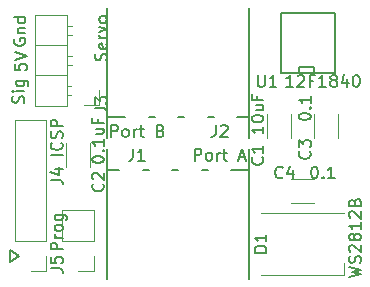
<source format=gto>
G04 #@! TF.FileFunction,Legend,Top*
%FSLAX46Y46*%
G04 Gerber Fmt 4.6, Leading zero omitted, Abs format (unit mm)*
G04 Created by KiCad (PCBNEW 4.0.7) date 02/19/20 23:21:01*
%MOMM*%
%LPD*%
G01*
G04 APERTURE LIST*
%ADD10C,0.100000*%
%ADD11C,0.200000*%
%ADD12C,0.150000*%
%ADD13C,0.120000*%
G04 APERTURE END LIST*
D10*
D11*
X115000000Y-107000000D02*
X114250000Y-107500000D01*
D12*
X114600000Y-88642857D02*
X114552381Y-88738095D01*
X114552381Y-88880952D01*
X114600000Y-89023810D01*
X114695238Y-89119048D01*
X114790476Y-89166667D01*
X114980952Y-89214286D01*
X115123810Y-89214286D01*
X115314286Y-89166667D01*
X115409524Y-89119048D01*
X115504762Y-89023810D01*
X115552381Y-88880952D01*
X115552381Y-88785714D01*
X115504762Y-88642857D01*
X115457143Y-88595238D01*
X115123810Y-88595238D01*
X115123810Y-88785714D01*
X114885714Y-88166667D02*
X115552381Y-88166667D01*
X114980952Y-88166667D02*
X114933333Y-88119048D01*
X114885714Y-88023810D01*
X114885714Y-87880952D01*
X114933333Y-87785714D01*
X115028571Y-87738095D01*
X115552381Y-87738095D01*
X115552381Y-86833333D02*
X114552381Y-86833333D01*
X115504762Y-86833333D02*
X115552381Y-86928571D01*
X115552381Y-87119048D01*
X115504762Y-87214286D01*
X115457143Y-87261905D01*
X115361905Y-87309524D01*
X115076190Y-87309524D01*
X114980952Y-87261905D01*
X114933333Y-87214286D01*
X114885714Y-87119048D01*
X114885714Y-86928571D01*
X114933333Y-86833333D01*
X114652381Y-90790476D02*
X114652381Y-91266667D01*
X115128571Y-91314286D01*
X115080952Y-91266667D01*
X115033333Y-91171429D01*
X115033333Y-90933333D01*
X115080952Y-90838095D01*
X115128571Y-90790476D01*
X115223810Y-90742857D01*
X115461905Y-90742857D01*
X115557143Y-90790476D01*
X115604762Y-90838095D01*
X115652381Y-90933333D01*
X115652381Y-91171429D01*
X115604762Y-91266667D01*
X115557143Y-91314286D01*
X114652381Y-90457143D02*
X115652381Y-90123810D01*
X114652381Y-89790476D01*
X115404762Y-94076190D02*
X115452381Y-93933333D01*
X115452381Y-93695237D01*
X115404762Y-93599999D01*
X115357143Y-93552380D01*
X115261905Y-93504761D01*
X115166667Y-93504761D01*
X115071429Y-93552380D01*
X115023810Y-93599999D01*
X114976190Y-93695237D01*
X114928571Y-93885714D01*
X114880952Y-93980952D01*
X114833333Y-94028571D01*
X114738095Y-94076190D01*
X114642857Y-94076190D01*
X114547619Y-94028571D01*
X114500000Y-93980952D01*
X114452381Y-93885714D01*
X114452381Y-93647618D01*
X114500000Y-93504761D01*
X115452381Y-93076190D02*
X114785714Y-93076190D01*
X114452381Y-93076190D02*
X114500000Y-93123809D01*
X114547619Y-93076190D01*
X114500000Y-93028571D01*
X114452381Y-93076190D01*
X114547619Y-93076190D01*
X114785714Y-92171428D02*
X115595238Y-92171428D01*
X115690476Y-92219047D01*
X115738095Y-92266666D01*
X115785714Y-92361905D01*
X115785714Y-92504762D01*
X115738095Y-92600000D01*
X115404762Y-92171428D02*
X115452381Y-92266666D01*
X115452381Y-92457143D01*
X115404762Y-92552381D01*
X115357143Y-92600000D01*
X115261905Y-92647619D01*
X114976190Y-92647619D01*
X114880952Y-92600000D01*
X114833333Y-92552381D01*
X114785714Y-92457143D01*
X114785714Y-92266666D01*
X114833333Y-92171428D01*
D11*
X114250000Y-106500000D02*
X114250000Y-107500000D01*
X115000000Y-107000000D02*
X114250000Y-106500000D01*
D13*
X135980000Y-95000000D02*
X135980000Y-97000000D01*
X138020000Y-97000000D02*
X138020000Y-95000000D01*
X121020000Y-99500000D02*
X121020000Y-97500000D01*
X118980000Y-97500000D02*
X118980000Y-99500000D01*
X139980000Y-95000000D02*
X139980000Y-97000000D01*
X142020000Y-97000000D02*
X142020000Y-95000000D01*
X138000000Y-102520000D02*
X140000000Y-102520000D01*
X140000000Y-100480000D02*
X138000000Y-100480000D01*
X119060000Y-94330000D02*
X119060000Y-86590000D01*
X119060000Y-86590000D02*
X116400000Y-86590000D01*
X116400000Y-86590000D02*
X116400000Y-94330000D01*
X116400000Y-94330000D02*
X119060000Y-94330000D01*
X119390000Y-93380000D02*
X119060000Y-93380000D01*
X119390000Y-92620000D02*
X119060000Y-92620000D01*
X119060000Y-91730000D02*
X116400000Y-91730000D01*
X119457071Y-90840000D02*
X119060000Y-90840000D01*
X119457071Y-90080000D02*
X119060000Y-90080000D01*
X119060000Y-89190000D02*
X116400000Y-89190000D01*
X119457071Y-88300000D02*
X119060000Y-88300000D01*
X119457071Y-87540000D02*
X119060000Y-87540000D01*
X121770000Y-93000000D02*
X121770000Y-94270000D01*
X121770000Y-94270000D02*
X120500000Y-94270000D01*
X117330000Y-95510000D02*
X114670000Y-95510000D01*
X117330000Y-105730000D02*
X117330000Y-95510000D01*
X114670000Y-105730000D02*
X114670000Y-95510000D01*
X117330000Y-105730000D02*
X114670000Y-105730000D01*
X117330000Y-107000000D02*
X117330000Y-108330000D01*
X117330000Y-108330000D02*
X116000000Y-108330000D01*
X121330000Y-103130000D02*
X118670000Y-103130000D01*
X121330000Y-105730000D02*
X121330000Y-103130000D01*
X118670000Y-105730000D02*
X118670000Y-103130000D01*
X121330000Y-105730000D02*
X118670000Y-105730000D01*
X121330000Y-107000000D02*
X121330000Y-108330000D01*
X121330000Y-108330000D02*
X120000000Y-108330000D01*
D12*
X137214000Y-91540000D02*
X137214000Y-86460000D01*
X137214000Y-86460000D02*
X141786000Y-86460000D01*
X141786000Y-86460000D02*
X141786000Y-91540000D01*
X141786000Y-91540000D02*
X137214000Y-91540000D01*
X138738000Y-91540000D02*
X138738000Y-91032000D01*
X138738000Y-91032000D02*
X140008000Y-91032000D01*
X140008000Y-91032000D02*
X140008000Y-91540000D01*
X123500000Y-99750000D02*
X122500000Y-99750000D01*
X126000000Y-99750000D02*
X125500000Y-99750000D01*
X128500000Y-99750000D02*
X128000000Y-99750000D01*
X131000000Y-99750000D02*
X130500000Y-99750000D01*
X134500000Y-99750000D02*
X133000000Y-99750000D01*
X122500000Y-109000000D02*
X122500000Y-98000000D01*
X134500000Y-109000000D02*
X134500000Y-98000000D01*
X133500000Y-95250000D02*
X134500000Y-95250000D01*
X131000000Y-95250000D02*
X131500000Y-95250000D01*
X128500000Y-95250000D02*
X129000000Y-95250000D01*
X126000000Y-95250000D02*
X126500000Y-95250000D01*
X122500000Y-95250000D02*
X124000000Y-95250000D01*
X134500000Y-86000000D02*
X134500000Y-97000000D01*
X122500000Y-86000000D02*
X122500000Y-97000000D01*
D13*
X135500000Y-103400000D02*
X142500000Y-103400000D01*
X135500000Y-108600000D02*
X142500000Y-108600000D01*
X142500000Y-108600000D02*
X142500000Y-107600000D01*
D12*
X135607143Y-98666666D02*
X135654762Y-98714285D01*
X135702381Y-98857142D01*
X135702381Y-98952380D01*
X135654762Y-99095238D01*
X135559524Y-99190476D01*
X135464286Y-99238095D01*
X135273810Y-99285714D01*
X135130952Y-99285714D01*
X134940476Y-99238095D01*
X134845238Y-99190476D01*
X134750000Y-99095238D01*
X134702381Y-98952380D01*
X134702381Y-98857142D01*
X134750000Y-98714285D01*
X134797619Y-98666666D01*
X135702381Y-97714285D02*
X135702381Y-98285714D01*
X135702381Y-98000000D02*
X134702381Y-98000000D01*
X134845238Y-98095238D01*
X134940476Y-98190476D01*
X134988095Y-98285714D01*
X135702381Y-96071428D02*
X135702381Y-96642857D01*
X135702381Y-96357143D02*
X134702381Y-96357143D01*
X134845238Y-96452381D01*
X134940476Y-96547619D01*
X134988095Y-96642857D01*
X134702381Y-95452381D02*
X134702381Y-95357142D01*
X134750000Y-95261904D01*
X134797619Y-95214285D01*
X134892857Y-95166666D01*
X135083333Y-95119047D01*
X135321429Y-95119047D01*
X135511905Y-95166666D01*
X135607143Y-95214285D01*
X135654762Y-95261904D01*
X135702381Y-95357142D01*
X135702381Y-95452381D01*
X135654762Y-95547619D01*
X135607143Y-95595238D01*
X135511905Y-95642857D01*
X135321429Y-95690476D01*
X135083333Y-95690476D01*
X134892857Y-95642857D01*
X134797619Y-95595238D01*
X134750000Y-95547619D01*
X134702381Y-95452381D01*
X135035714Y-94261904D02*
X135702381Y-94261904D01*
X135035714Y-94690476D02*
X135559524Y-94690476D01*
X135654762Y-94642857D01*
X135702381Y-94547619D01*
X135702381Y-94404761D01*
X135654762Y-94309523D01*
X135607143Y-94261904D01*
X135178571Y-93452380D02*
X135178571Y-93785714D01*
X135702381Y-93785714D02*
X134702381Y-93785714D01*
X134702381Y-93309523D01*
X122107143Y-100916666D02*
X122154762Y-100964285D01*
X122202381Y-101107142D01*
X122202381Y-101202380D01*
X122154762Y-101345238D01*
X122059524Y-101440476D01*
X121964286Y-101488095D01*
X121773810Y-101535714D01*
X121630952Y-101535714D01*
X121440476Y-101488095D01*
X121345238Y-101440476D01*
X121250000Y-101345238D01*
X121202381Y-101202380D01*
X121202381Y-101107142D01*
X121250000Y-100964285D01*
X121297619Y-100916666D01*
X121297619Y-100535714D02*
X121250000Y-100488095D01*
X121202381Y-100392857D01*
X121202381Y-100154761D01*
X121250000Y-100059523D01*
X121297619Y-100011904D01*
X121392857Y-99964285D01*
X121488095Y-99964285D01*
X121630952Y-100011904D01*
X122202381Y-100583333D01*
X122202381Y-99964285D01*
X121202381Y-98892857D02*
X121202381Y-98797618D01*
X121250000Y-98702380D01*
X121297619Y-98654761D01*
X121392857Y-98607142D01*
X121583333Y-98559523D01*
X121821429Y-98559523D01*
X122011905Y-98607142D01*
X122107143Y-98654761D01*
X122154762Y-98702380D01*
X122202381Y-98797618D01*
X122202381Y-98892857D01*
X122154762Y-98988095D01*
X122107143Y-99035714D01*
X122011905Y-99083333D01*
X121821429Y-99130952D01*
X121583333Y-99130952D01*
X121392857Y-99083333D01*
X121297619Y-99035714D01*
X121250000Y-98988095D01*
X121202381Y-98892857D01*
X122107143Y-98130952D02*
X122154762Y-98083333D01*
X122202381Y-98130952D01*
X122154762Y-98178571D01*
X122107143Y-98130952D01*
X122202381Y-98130952D01*
X122202381Y-97130952D02*
X122202381Y-97702381D01*
X122202381Y-97416667D02*
X121202381Y-97416667D01*
X121345238Y-97511905D01*
X121440476Y-97607143D01*
X121488095Y-97702381D01*
X121535714Y-96273809D02*
X122202381Y-96273809D01*
X121535714Y-96702381D02*
X122059524Y-96702381D01*
X122154762Y-96654762D01*
X122202381Y-96559524D01*
X122202381Y-96416666D01*
X122154762Y-96321428D01*
X122107143Y-96273809D01*
X121678571Y-95464285D02*
X121678571Y-95797619D01*
X122202381Y-95797619D02*
X121202381Y-95797619D01*
X121202381Y-95321428D01*
X139607143Y-98166666D02*
X139654762Y-98214285D01*
X139702381Y-98357142D01*
X139702381Y-98452380D01*
X139654762Y-98595238D01*
X139559524Y-98690476D01*
X139464286Y-98738095D01*
X139273810Y-98785714D01*
X139130952Y-98785714D01*
X138940476Y-98738095D01*
X138845238Y-98690476D01*
X138750000Y-98595238D01*
X138702381Y-98452380D01*
X138702381Y-98357142D01*
X138750000Y-98214285D01*
X138797619Y-98166666D01*
X138702381Y-97833333D02*
X138702381Y-97214285D01*
X139083333Y-97547619D01*
X139083333Y-97404761D01*
X139130952Y-97309523D01*
X139178571Y-97261904D01*
X139273810Y-97214285D01*
X139511905Y-97214285D01*
X139607143Y-97261904D01*
X139654762Y-97309523D01*
X139702381Y-97404761D01*
X139702381Y-97690476D01*
X139654762Y-97785714D01*
X139607143Y-97833333D01*
X138702381Y-95261905D02*
X138702381Y-95166666D01*
X138750000Y-95071428D01*
X138797619Y-95023809D01*
X138892857Y-94976190D01*
X139083333Y-94928571D01*
X139321429Y-94928571D01*
X139511905Y-94976190D01*
X139607143Y-95023809D01*
X139654762Y-95071428D01*
X139702381Y-95166666D01*
X139702381Y-95261905D01*
X139654762Y-95357143D01*
X139607143Y-95404762D01*
X139511905Y-95452381D01*
X139321429Y-95500000D01*
X139083333Y-95500000D01*
X138892857Y-95452381D01*
X138797619Y-95404762D01*
X138750000Y-95357143D01*
X138702381Y-95261905D01*
X139607143Y-94500000D02*
X139654762Y-94452381D01*
X139702381Y-94500000D01*
X139654762Y-94547619D01*
X139607143Y-94500000D01*
X139702381Y-94500000D01*
X139702381Y-93500000D02*
X139702381Y-94071429D01*
X139702381Y-93785715D02*
X138702381Y-93785715D01*
X138845238Y-93880953D01*
X138940476Y-93976191D01*
X138988095Y-94071429D01*
X137333334Y-100357143D02*
X137285715Y-100404762D01*
X137142858Y-100452381D01*
X137047620Y-100452381D01*
X136904762Y-100404762D01*
X136809524Y-100309524D01*
X136761905Y-100214286D01*
X136714286Y-100023810D01*
X136714286Y-99880952D01*
X136761905Y-99690476D01*
X136809524Y-99595238D01*
X136904762Y-99500000D01*
X137047620Y-99452381D01*
X137142858Y-99452381D01*
X137285715Y-99500000D01*
X137333334Y-99547619D01*
X138190477Y-99785714D02*
X138190477Y-100452381D01*
X137952381Y-99404762D02*
X137714286Y-100119048D01*
X138333334Y-100119048D01*
X139988095Y-99452381D02*
X140083334Y-99452381D01*
X140178572Y-99500000D01*
X140226191Y-99547619D01*
X140273810Y-99642857D01*
X140321429Y-99833333D01*
X140321429Y-100071429D01*
X140273810Y-100261905D01*
X140226191Y-100357143D01*
X140178572Y-100404762D01*
X140083334Y-100452381D01*
X139988095Y-100452381D01*
X139892857Y-100404762D01*
X139845238Y-100357143D01*
X139797619Y-100261905D01*
X139750000Y-100071429D01*
X139750000Y-99833333D01*
X139797619Y-99642857D01*
X139845238Y-99547619D01*
X139892857Y-99500000D01*
X139988095Y-99452381D01*
X140750000Y-100357143D02*
X140797619Y-100404762D01*
X140750000Y-100452381D01*
X140702381Y-100404762D01*
X140750000Y-100357143D01*
X140750000Y-100452381D01*
X141750000Y-100452381D02*
X141178571Y-100452381D01*
X141464285Y-100452381D02*
X141464285Y-99452381D01*
X141369047Y-99595238D01*
X141273809Y-99690476D01*
X141178571Y-99738095D01*
X121452381Y-94533333D02*
X122166667Y-94533333D01*
X122309524Y-94580953D01*
X122404762Y-94676191D01*
X122452381Y-94819048D01*
X122452381Y-94914286D01*
X121452381Y-94152381D02*
X121452381Y-93533333D01*
X121833333Y-93866667D01*
X121833333Y-93723809D01*
X121880952Y-93628571D01*
X121928571Y-93580952D01*
X122023810Y-93533333D01*
X122261905Y-93533333D01*
X122357143Y-93580952D01*
X122404762Y-93628571D01*
X122452381Y-93723809D01*
X122452381Y-94009524D01*
X122404762Y-94104762D01*
X122357143Y-94152381D01*
X122404762Y-90457143D02*
X122452381Y-90314286D01*
X122452381Y-90076190D01*
X122404762Y-89980952D01*
X122357143Y-89933333D01*
X122261905Y-89885714D01*
X122166667Y-89885714D01*
X122071429Y-89933333D01*
X122023810Y-89980952D01*
X121976190Y-90076190D01*
X121928571Y-90266667D01*
X121880952Y-90361905D01*
X121833333Y-90409524D01*
X121738095Y-90457143D01*
X121642857Y-90457143D01*
X121547619Y-90409524D01*
X121500000Y-90361905D01*
X121452381Y-90266667D01*
X121452381Y-90028571D01*
X121500000Y-89885714D01*
X122404762Y-89076190D02*
X122452381Y-89171428D01*
X122452381Y-89361905D01*
X122404762Y-89457143D01*
X122309524Y-89504762D01*
X121928571Y-89504762D01*
X121833333Y-89457143D01*
X121785714Y-89361905D01*
X121785714Y-89171428D01*
X121833333Y-89076190D01*
X121928571Y-89028571D01*
X122023810Y-89028571D01*
X122119048Y-89504762D01*
X122452381Y-88600000D02*
X121785714Y-88600000D01*
X121976190Y-88600000D02*
X121880952Y-88552381D01*
X121833333Y-88504762D01*
X121785714Y-88409524D01*
X121785714Y-88314285D01*
X121785714Y-88076190D02*
X122452381Y-87838095D01*
X121785714Y-87599999D01*
X122452381Y-87076190D02*
X122404762Y-87171428D01*
X122357143Y-87219047D01*
X122261905Y-87266666D01*
X121976190Y-87266666D01*
X121880952Y-87219047D01*
X121833333Y-87171428D01*
X121785714Y-87076190D01*
X121785714Y-86933332D01*
X121833333Y-86838094D01*
X121880952Y-86790475D01*
X121976190Y-86742856D01*
X122261905Y-86742856D01*
X122357143Y-86790475D01*
X122404762Y-86838094D01*
X122452381Y-86933332D01*
X122452381Y-87076190D01*
X117702381Y-100583333D02*
X118416667Y-100583333D01*
X118559524Y-100630953D01*
X118654762Y-100726191D01*
X118702381Y-100869048D01*
X118702381Y-100964286D01*
X118035714Y-99678571D02*
X118702381Y-99678571D01*
X117654762Y-99916667D02*
X118369048Y-100154762D01*
X118369048Y-99535714D01*
X118702381Y-98476190D02*
X117702381Y-98476190D01*
X118607143Y-97428571D02*
X118654762Y-97476190D01*
X118702381Y-97619047D01*
X118702381Y-97714285D01*
X118654762Y-97857143D01*
X118559524Y-97952381D01*
X118464286Y-98000000D01*
X118273810Y-98047619D01*
X118130952Y-98047619D01*
X117940476Y-98000000D01*
X117845238Y-97952381D01*
X117750000Y-97857143D01*
X117702381Y-97714285D01*
X117702381Y-97619047D01*
X117750000Y-97476190D01*
X117797619Y-97428571D01*
X118654762Y-97047619D02*
X118702381Y-96904762D01*
X118702381Y-96666666D01*
X118654762Y-96571428D01*
X118607143Y-96523809D01*
X118511905Y-96476190D01*
X118416667Y-96476190D01*
X118321429Y-96523809D01*
X118273810Y-96571428D01*
X118226190Y-96666666D01*
X118178571Y-96857143D01*
X118130952Y-96952381D01*
X118083333Y-97000000D01*
X117988095Y-97047619D01*
X117892857Y-97047619D01*
X117797619Y-97000000D01*
X117750000Y-96952381D01*
X117702381Y-96857143D01*
X117702381Y-96619047D01*
X117750000Y-96476190D01*
X118702381Y-96047619D02*
X117702381Y-96047619D01*
X117702381Y-95666666D01*
X117750000Y-95571428D01*
X117797619Y-95523809D01*
X117892857Y-95476190D01*
X118035714Y-95476190D01*
X118130952Y-95523809D01*
X118178571Y-95571428D01*
X118226190Y-95666666D01*
X118226190Y-96047619D01*
X117702381Y-100583333D02*
X118416667Y-100583333D01*
X118559524Y-100630953D01*
X118654762Y-100726191D01*
X118702381Y-100869048D01*
X118702381Y-100964286D01*
X118035714Y-99678571D02*
X118702381Y-99678571D01*
X117654762Y-99916667D02*
X118369048Y-100154762D01*
X118369048Y-99535714D01*
X117702381Y-108083333D02*
X118416667Y-108083333D01*
X118559524Y-108130953D01*
X118654762Y-108226191D01*
X118702381Y-108369048D01*
X118702381Y-108464286D01*
X117702381Y-107130952D02*
X117702381Y-107607143D01*
X118178571Y-107654762D01*
X118130952Y-107607143D01*
X118083333Y-107511905D01*
X118083333Y-107273809D01*
X118130952Y-107178571D01*
X118178571Y-107130952D01*
X118273810Y-107083333D01*
X118511905Y-107083333D01*
X118607143Y-107130952D01*
X118654762Y-107178571D01*
X118702381Y-107273809D01*
X118702381Y-107511905D01*
X118654762Y-107607143D01*
X118607143Y-107654762D01*
X118702381Y-106476191D02*
X117702381Y-106476191D01*
X117702381Y-106095238D01*
X117750000Y-106000000D01*
X117797619Y-105952381D01*
X117892857Y-105904762D01*
X118035714Y-105904762D01*
X118130952Y-105952381D01*
X118178571Y-106000000D01*
X118226190Y-106095238D01*
X118226190Y-106476191D01*
X118702381Y-105476191D02*
X118035714Y-105476191D01*
X118226190Y-105476191D02*
X118130952Y-105428572D01*
X118083333Y-105380953D01*
X118035714Y-105285715D01*
X118035714Y-105190476D01*
X118702381Y-104714286D02*
X118654762Y-104809524D01*
X118607143Y-104857143D01*
X118511905Y-104904762D01*
X118226190Y-104904762D01*
X118130952Y-104857143D01*
X118083333Y-104809524D01*
X118035714Y-104714286D01*
X118035714Y-104571428D01*
X118083333Y-104476190D01*
X118130952Y-104428571D01*
X118226190Y-104380952D01*
X118511905Y-104380952D01*
X118607143Y-104428571D01*
X118654762Y-104476190D01*
X118702381Y-104571428D01*
X118702381Y-104714286D01*
X118035714Y-103523809D02*
X118845238Y-103523809D01*
X118940476Y-103571428D01*
X118988095Y-103619047D01*
X119035714Y-103714286D01*
X119035714Y-103857143D01*
X118988095Y-103952381D01*
X118654762Y-103523809D02*
X118702381Y-103619047D01*
X118702381Y-103809524D01*
X118654762Y-103904762D01*
X118607143Y-103952381D01*
X118511905Y-104000000D01*
X118226190Y-104000000D01*
X118130952Y-103952381D01*
X118083333Y-103904762D01*
X118035714Y-103809524D01*
X118035714Y-103619047D01*
X118083333Y-103523809D01*
X135238095Y-91702381D02*
X135238095Y-92511905D01*
X135285714Y-92607143D01*
X135333333Y-92654762D01*
X135428571Y-92702381D01*
X135619048Y-92702381D01*
X135714286Y-92654762D01*
X135761905Y-92607143D01*
X135809524Y-92511905D01*
X135809524Y-91702381D01*
X136809524Y-92702381D02*
X136238095Y-92702381D01*
X136523809Y-92702381D02*
X136523809Y-91702381D01*
X136428571Y-91845238D01*
X136333333Y-91940476D01*
X136238095Y-91988095D01*
X138226191Y-92702381D02*
X137654762Y-92702381D01*
X137940476Y-92702381D02*
X137940476Y-91702381D01*
X137845238Y-91845238D01*
X137750000Y-91940476D01*
X137654762Y-91988095D01*
X138607143Y-91797619D02*
X138654762Y-91750000D01*
X138750000Y-91702381D01*
X138988096Y-91702381D01*
X139083334Y-91750000D01*
X139130953Y-91797619D01*
X139178572Y-91892857D01*
X139178572Y-91988095D01*
X139130953Y-92130952D01*
X138559524Y-92702381D01*
X139178572Y-92702381D01*
X139940477Y-92178571D02*
X139607143Y-92178571D01*
X139607143Y-92702381D02*
X139607143Y-91702381D01*
X140083334Y-91702381D01*
X140988096Y-92702381D02*
X140416667Y-92702381D01*
X140702381Y-92702381D02*
X140702381Y-91702381D01*
X140607143Y-91845238D01*
X140511905Y-91940476D01*
X140416667Y-91988095D01*
X141559524Y-92130952D02*
X141464286Y-92083333D01*
X141416667Y-92035714D01*
X141369048Y-91940476D01*
X141369048Y-91892857D01*
X141416667Y-91797619D01*
X141464286Y-91750000D01*
X141559524Y-91702381D01*
X141750001Y-91702381D01*
X141845239Y-91750000D01*
X141892858Y-91797619D01*
X141940477Y-91892857D01*
X141940477Y-91940476D01*
X141892858Y-92035714D01*
X141845239Y-92083333D01*
X141750001Y-92130952D01*
X141559524Y-92130952D01*
X141464286Y-92178571D01*
X141416667Y-92226190D01*
X141369048Y-92321429D01*
X141369048Y-92511905D01*
X141416667Y-92607143D01*
X141464286Y-92654762D01*
X141559524Y-92702381D01*
X141750001Y-92702381D01*
X141845239Y-92654762D01*
X141892858Y-92607143D01*
X141940477Y-92511905D01*
X141940477Y-92321429D01*
X141892858Y-92226190D01*
X141845239Y-92178571D01*
X141750001Y-92130952D01*
X142797620Y-92035714D02*
X142797620Y-92702381D01*
X142559524Y-91654762D02*
X142321429Y-92369048D01*
X142940477Y-92369048D01*
X143511905Y-91702381D02*
X143607144Y-91702381D01*
X143702382Y-91750000D01*
X143750001Y-91797619D01*
X143797620Y-91892857D01*
X143845239Y-92083333D01*
X143845239Y-92321429D01*
X143797620Y-92511905D01*
X143750001Y-92607143D01*
X143702382Y-92654762D01*
X143607144Y-92702381D01*
X143511905Y-92702381D01*
X143416667Y-92654762D01*
X143369048Y-92607143D01*
X143321429Y-92511905D01*
X143273810Y-92321429D01*
X143273810Y-92083333D01*
X143321429Y-91892857D01*
X143369048Y-91797619D01*
X143416667Y-91750000D01*
X143511905Y-91702381D01*
X124666667Y-97952381D02*
X124666667Y-98666667D01*
X124619047Y-98809524D01*
X124523809Y-98904762D01*
X124380952Y-98952381D01*
X124285714Y-98952381D01*
X125666667Y-98952381D02*
X125095238Y-98952381D01*
X125380952Y-98952381D02*
X125380952Y-97952381D01*
X125285714Y-98095238D01*
X125190476Y-98190476D01*
X125095238Y-98238095D01*
X129880952Y-98952381D02*
X129880952Y-97952381D01*
X130261905Y-97952381D01*
X130357143Y-98000000D01*
X130404762Y-98047619D01*
X130452381Y-98142857D01*
X130452381Y-98285714D01*
X130404762Y-98380952D01*
X130357143Y-98428571D01*
X130261905Y-98476190D01*
X129880952Y-98476190D01*
X131023809Y-98952381D02*
X130928571Y-98904762D01*
X130880952Y-98857143D01*
X130833333Y-98761905D01*
X130833333Y-98476190D01*
X130880952Y-98380952D01*
X130928571Y-98333333D01*
X131023809Y-98285714D01*
X131166667Y-98285714D01*
X131261905Y-98333333D01*
X131309524Y-98380952D01*
X131357143Y-98476190D01*
X131357143Y-98761905D01*
X131309524Y-98857143D01*
X131261905Y-98904762D01*
X131166667Y-98952381D01*
X131023809Y-98952381D01*
X131785714Y-98952381D02*
X131785714Y-98285714D01*
X131785714Y-98476190D02*
X131833333Y-98380952D01*
X131880952Y-98333333D01*
X131976190Y-98285714D01*
X132071429Y-98285714D01*
X132261905Y-98285714D02*
X132642857Y-98285714D01*
X132404762Y-97952381D02*
X132404762Y-98809524D01*
X132452381Y-98904762D01*
X132547619Y-98952381D01*
X132642857Y-98952381D01*
X133690477Y-98666667D02*
X134166668Y-98666667D01*
X133595239Y-98952381D02*
X133928572Y-97952381D01*
X134261906Y-98952381D01*
X131666667Y-95952381D02*
X131666667Y-96666667D01*
X131619047Y-96809524D01*
X131523809Y-96904762D01*
X131380952Y-96952381D01*
X131285714Y-96952381D01*
X132095238Y-96047619D02*
X132142857Y-96000000D01*
X132238095Y-95952381D01*
X132476191Y-95952381D01*
X132571429Y-96000000D01*
X132619048Y-96047619D01*
X132666667Y-96142857D01*
X132666667Y-96238095D01*
X132619048Y-96380952D01*
X132047619Y-96952381D01*
X132666667Y-96952381D01*
X122809523Y-96952381D02*
X122809523Y-95952381D01*
X123190476Y-95952381D01*
X123285714Y-96000000D01*
X123333333Y-96047619D01*
X123380952Y-96142857D01*
X123380952Y-96285714D01*
X123333333Y-96380952D01*
X123285714Y-96428571D01*
X123190476Y-96476190D01*
X122809523Y-96476190D01*
X123952380Y-96952381D02*
X123857142Y-96904762D01*
X123809523Y-96857143D01*
X123761904Y-96761905D01*
X123761904Y-96476190D01*
X123809523Y-96380952D01*
X123857142Y-96333333D01*
X123952380Y-96285714D01*
X124095238Y-96285714D01*
X124190476Y-96333333D01*
X124238095Y-96380952D01*
X124285714Y-96476190D01*
X124285714Y-96761905D01*
X124238095Y-96857143D01*
X124190476Y-96904762D01*
X124095238Y-96952381D01*
X123952380Y-96952381D01*
X124714285Y-96952381D02*
X124714285Y-96285714D01*
X124714285Y-96476190D02*
X124761904Y-96380952D01*
X124809523Y-96333333D01*
X124904761Y-96285714D01*
X125000000Y-96285714D01*
X125190476Y-96285714D02*
X125571428Y-96285714D01*
X125333333Y-95952381D02*
X125333333Y-96809524D01*
X125380952Y-96904762D01*
X125476190Y-96952381D01*
X125571428Y-96952381D01*
X127000001Y-96428571D02*
X127142858Y-96476190D01*
X127190477Y-96523810D01*
X127238096Y-96619048D01*
X127238096Y-96761905D01*
X127190477Y-96857143D01*
X127142858Y-96904762D01*
X127047620Y-96952381D01*
X126666667Y-96952381D01*
X126666667Y-95952381D01*
X127000001Y-95952381D01*
X127095239Y-96000000D01*
X127142858Y-96047619D01*
X127190477Y-96142857D01*
X127190477Y-96238095D01*
X127142858Y-96333333D01*
X127095239Y-96380952D01*
X127000001Y-96428571D01*
X126666667Y-96428571D01*
X135952381Y-106738095D02*
X134952381Y-106738095D01*
X134952381Y-106500000D01*
X135000000Y-106357142D01*
X135095238Y-106261904D01*
X135190476Y-106214285D01*
X135380952Y-106166666D01*
X135523810Y-106166666D01*
X135714286Y-106214285D01*
X135809524Y-106261904D01*
X135904762Y-106357142D01*
X135952381Y-106500000D01*
X135952381Y-106738095D01*
X135952381Y-105214285D02*
X135952381Y-105785714D01*
X135952381Y-105500000D02*
X134952381Y-105500000D01*
X135095238Y-105595238D01*
X135190476Y-105690476D01*
X135238095Y-105785714D01*
X142952381Y-108809524D02*
X143952381Y-108571429D01*
X143238095Y-108380952D01*
X143952381Y-108190476D01*
X142952381Y-107952381D01*
X143904762Y-107619048D02*
X143952381Y-107476191D01*
X143952381Y-107238095D01*
X143904762Y-107142857D01*
X143857143Y-107095238D01*
X143761905Y-107047619D01*
X143666667Y-107047619D01*
X143571429Y-107095238D01*
X143523810Y-107142857D01*
X143476190Y-107238095D01*
X143428571Y-107428572D01*
X143380952Y-107523810D01*
X143333333Y-107571429D01*
X143238095Y-107619048D01*
X143142857Y-107619048D01*
X143047619Y-107571429D01*
X143000000Y-107523810D01*
X142952381Y-107428572D01*
X142952381Y-107190476D01*
X143000000Y-107047619D01*
X143047619Y-106666667D02*
X143000000Y-106619048D01*
X142952381Y-106523810D01*
X142952381Y-106285714D01*
X143000000Y-106190476D01*
X143047619Y-106142857D01*
X143142857Y-106095238D01*
X143238095Y-106095238D01*
X143380952Y-106142857D01*
X143952381Y-106714286D01*
X143952381Y-106095238D01*
X143380952Y-105523810D02*
X143333333Y-105619048D01*
X143285714Y-105666667D01*
X143190476Y-105714286D01*
X143142857Y-105714286D01*
X143047619Y-105666667D01*
X143000000Y-105619048D01*
X142952381Y-105523810D01*
X142952381Y-105333333D01*
X143000000Y-105238095D01*
X143047619Y-105190476D01*
X143142857Y-105142857D01*
X143190476Y-105142857D01*
X143285714Y-105190476D01*
X143333333Y-105238095D01*
X143380952Y-105333333D01*
X143380952Y-105523810D01*
X143428571Y-105619048D01*
X143476190Y-105666667D01*
X143571429Y-105714286D01*
X143761905Y-105714286D01*
X143857143Y-105666667D01*
X143904762Y-105619048D01*
X143952381Y-105523810D01*
X143952381Y-105333333D01*
X143904762Y-105238095D01*
X143857143Y-105190476D01*
X143761905Y-105142857D01*
X143571429Y-105142857D01*
X143476190Y-105190476D01*
X143428571Y-105238095D01*
X143380952Y-105333333D01*
X143952381Y-104190476D02*
X143952381Y-104761905D01*
X143952381Y-104476191D02*
X142952381Y-104476191D01*
X143095238Y-104571429D01*
X143190476Y-104666667D01*
X143238095Y-104761905D01*
X143047619Y-103809524D02*
X143000000Y-103761905D01*
X142952381Y-103666667D01*
X142952381Y-103428571D01*
X143000000Y-103333333D01*
X143047619Y-103285714D01*
X143142857Y-103238095D01*
X143238095Y-103238095D01*
X143380952Y-103285714D01*
X143952381Y-103857143D01*
X143952381Y-103238095D01*
X143428571Y-102476190D02*
X143476190Y-102333333D01*
X143523810Y-102285714D01*
X143619048Y-102238095D01*
X143761905Y-102238095D01*
X143857143Y-102285714D01*
X143904762Y-102333333D01*
X143952381Y-102428571D01*
X143952381Y-102809524D01*
X142952381Y-102809524D01*
X142952381Y-102476190D01*
X143000000Y-102380952D01*
X143047619Y-102333333D01*
X143142857Y-102285714D01*
X143238095Y-102285714D01*
X143333333Y-102333333D01*
X143380952Y-102380952D01*
X143428571Y-102476190D01*
X143428571Y-102809524D01*
M02*

</source>
